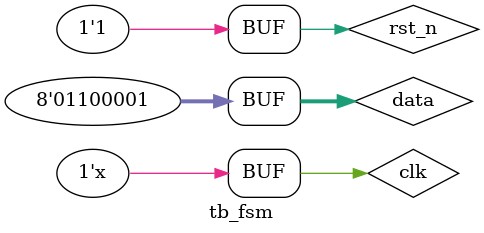
<source format=v>
`timescale 1ns/1ns
`define	clock_period	20

module tb_fsm;

reg				clk		;
reg				rst_n	;
reg		[7:0]	data	;
       
wire			flag	;

	fsm	fsm_inst(
	.clk	(clk	)		,
	.rst_n	(rst_n	)	,
	.data	(data	)	,	
	.flag	(flag	)	
);

always #(`clock_period/2)clk	=	~	clk	;

initial	begin
	clk		=		1		;
	rst_n	=		0		;
	data	=		0		;
	#100;
	rst_n	=		1		;
	#200;
	data	=		"a"		;
	#(`clock_period)		;
	
	data	=		"s"		;
	#(`clock_period)		;
	
	data	=		"t"		;
	#(`clock_period)		;
	
	data	=		"a"		;
	#(`clock_period)		;
	
	data	=		"t"		;
	#(`clock_period)		;
	
	data	=		"t"		;
	#(`clock_period)		;
	
	
	
	data	=		"s"		;
	#(`clock_period)		;
	data	=		"t"		;
	#(`clock_period)		;
	data	=		"a"		;
	#(`clock_period)		;
	data	=		"t"		;
	#(`clock_period)		;	
	data	=		"e"		;
	#(`clock_period)		;
	
	
	
	
	data	=		"a"		;
	#(`clock_period)		;
	data	=		"a"		;
	#(`clock_period)		;
	
end









endmodule
</source>
